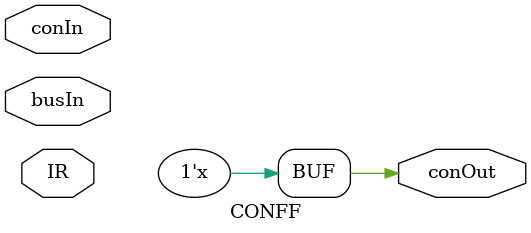
<source format=v>
module CONFF #(parameter conInitial = 0)(
    output reg conOut,
    input wire conIn,
    input wire [31:0] busIn,
    input wire [1:0] IR
);

	initial
	begin
		 conOut = conInitial;
	end

	// registers for: greater than or equal to zero, less than zero, nor (not OR) zero, equal to zero,
	// and not equal zero, defined respectively
	reg greZero, lZero, norOut, eqZero, neqZero;
	reg [3:0] decoderOut;

	always @(*) 
	begin
		if (conIn == 1)
		begin
			case(IR)
				2'b00: decoderOut <= 4'b0001;
				2'b01: decoderOut <= 4'b0010;
				2'b10: decoderOut <= 4'b0100;
				2'b11: decoderOut <= 4'b1000;
				default: decoderOut <= 4'b0000;

			endcase

			norOut = ~|busIn;
			eqZero <= decoderOut[0] & norOut;
			neqZero <= decoderOut[1] & ~(norOut);
			greZero <= decoderOut[2] & ~(busIn[31]);
			lZero <= decoderOut[3] & busIn[31];

			// set conOut to the OR of all 4 different cases
			conOut = (neqZero | eqZero | lZero | greZero);
		end
	end
endmodule
</source>
